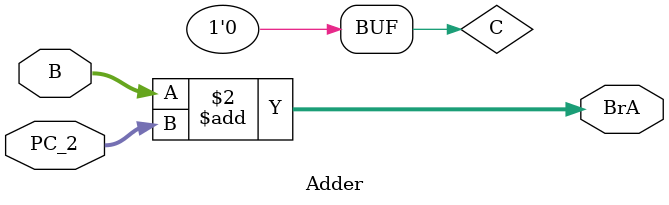
<source format=v>
`timescale 1ns / 1ps

module Adder(
    input [31:0] B, PC_2,
    output reg [31:0] BrA
    );

reg C = 0;

always@(*) begin

    BrA = B + PC_2;

end
    
endmodule

</source>
